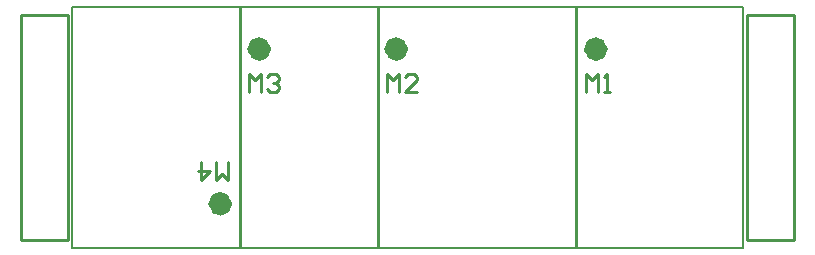
<source format=gto>
G04*
G04 #@! TF.GenerationSoftware,Altium Limited,Altium Designer,20.0.2 (26)*
G04*
G04 Layer_Color=65535*
%FSLAX25Y25*%
%MOIN*%
G70*
G01*
G75*
%ADD10C,0.03937*%
%ADD11C,0.00787*%
%ADD12C,0.01000*%
D10*
X195197Y68071D02*
G03*
X195197Y68071I-1969J0D01*
G01*
X128661D02*
G03*
X128661Y68071I-1969J0D01*
G01*
X70000Y16496D02*
G03*
X70000Y16496I-1969J0D01*
G01*
X82992Y68071D02*
G03*
X82992Y68071I-1969J0D01*
G01*
D11*
X18749Y82165D02*
X242371D01*
Y1850D02*
Y82165D01*
X18749Y1850D02*
X242371D01*
X18749D02*
Y82165D01*
D12*
X120512Y2244D02*
Y81772D01*
X1614Y4508D02*
X17362D01*
Y79311D01*
X1614D02*
X17362D01*
X1614Y4508D02*
Y79311D01*
X243661Y4508D02*
X259409D01*
Y79311D01*
X243661D02*
X259409D01*
X243661Y4508D02*
Y79311D01*
X74646Y2441D02*
Y81772D01*
X186614Y2244D02*
Y81772D01*
X70496Y30339D02*
Y24340D01*
X68497Y26340D01*
X66497Y24340D01*
Y30339D01*
X61499D02*
Y24340D01*
X64498Y27340D01*
X60499D01*
X77795Y53858D02*
Y59856D01*
X79795Y57857D01*
X81794Y59856D01*
Y53858D01*
X83793Y58857D02*
X84793Y59856D01*
X86792D01*
X87792Y58857D01*
Y57857D01*
X86792Y56857D01*
X85793D01*
X86792D01*
X87792Y55858D01*
Y54858D01*
X86792Y53858D01*
X84793D01*
X83793Y54858D01*
X123583Y53858D02*
Y59856D01*
X125582Y57857D01*
X127581Y59856D01*
Y53858D01*
X133579D02*
X129581D01*
X133579Y57857D01*
Y58857D01*
X132580Y59856D01*
X130580D01*
X129581Y58857D01*
X190079Y53858D02*
Y59856D01*
X192078Y57857D01*
X194077Y59856D01*
Y53858D01*
X196077D02*
X198076D01*
X197076D01*
Y59856D01*
X196077Y58857D01*
M02*

</source>
